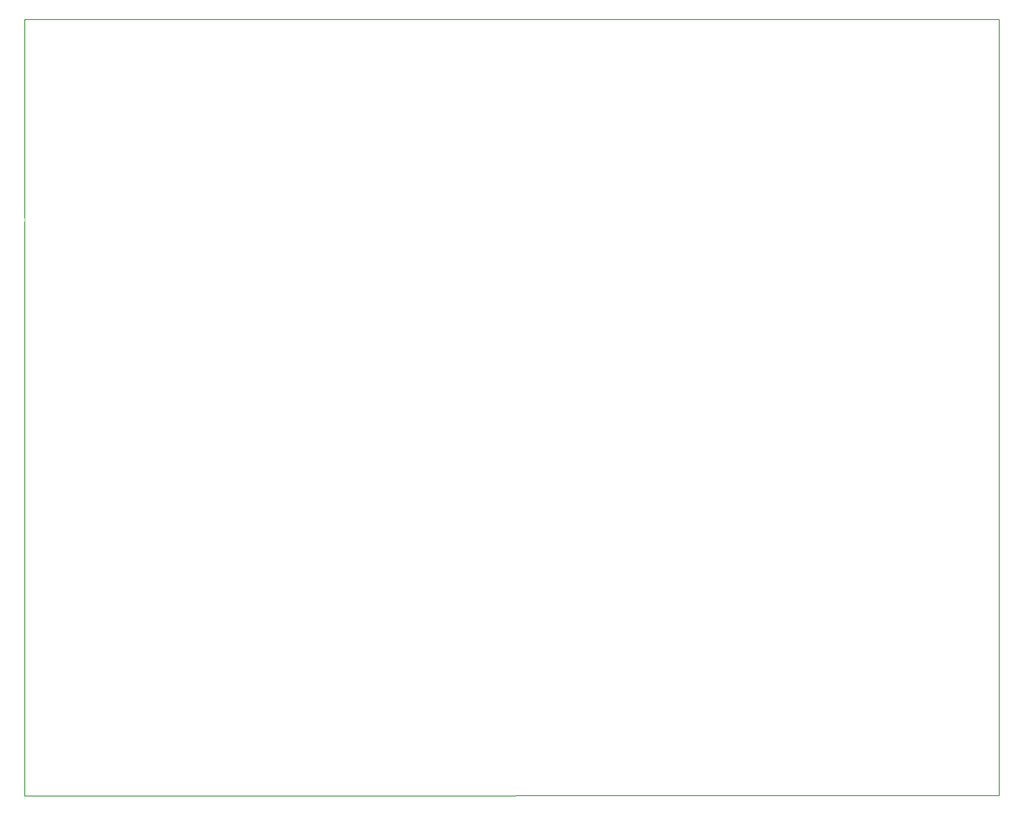
<source format=gbr>
%TF.GenerationSoftware,KiCad,Pcbnew,(5.1.10)-1*%
%TF.CreationDate,2022-08-08T13:21:15-05:00*%
%TF.ProjectId,FM Towns Pico Adapter,464d2054-6f77-46e7-9320-5069636f2041,rev?*%
%TF.SameCoordinates,Original*%
%TF.FileFunction,Profile,NP*%
%FSLAX46Y46*%
G04 Gerber Fmt 4.6, Leading zero omitted, Abs format (unit mm)*
G04 Created by KiCad (PCBNEW (5.1.10)-1) date 2022-08-08 13:21:15*
%MOMM*%
%LPD*%
G01*
G04 APERTURE LIST*
%TA.AperFunction,Profile*%
%ADD10C,0.152400*%
%TD*%
%TA.AperFunction,Profile*%
%ADD11C,0.050000*%
%TD*%
G04 APERTURE END LIST*
D10*
X40132000Y-22034500D02*
X40132000Y-22225000D01*
D11*
X40180000Y-22080000D02*
X40190000Y-22080000D01*
X40210000Y-22020000D02*
X40210000Y-22030000D01*
X230124000Y-22034500D02*
X230124000Y-22098000D01*
D10*
X40132000Y-22034500D02*
X230124000Y-22034500D01*
X230124000Y-22098000D02*
X230124000Y-173482000D01*
X40132000Y-173609000D02*
X230124000Y-173482000D01*
X40132000Y-60706000D02*
X40132000Y-22225000D01*
D11*
X40132000Y-61468000D02*
X40132000Y-60706000D01*
D10*
X40132000Y-135509000D02*
X40132000Y-173609000D01*
X40132000Y-61468000D02*
X40132000Y-135763000D01*
M02*

</source>
